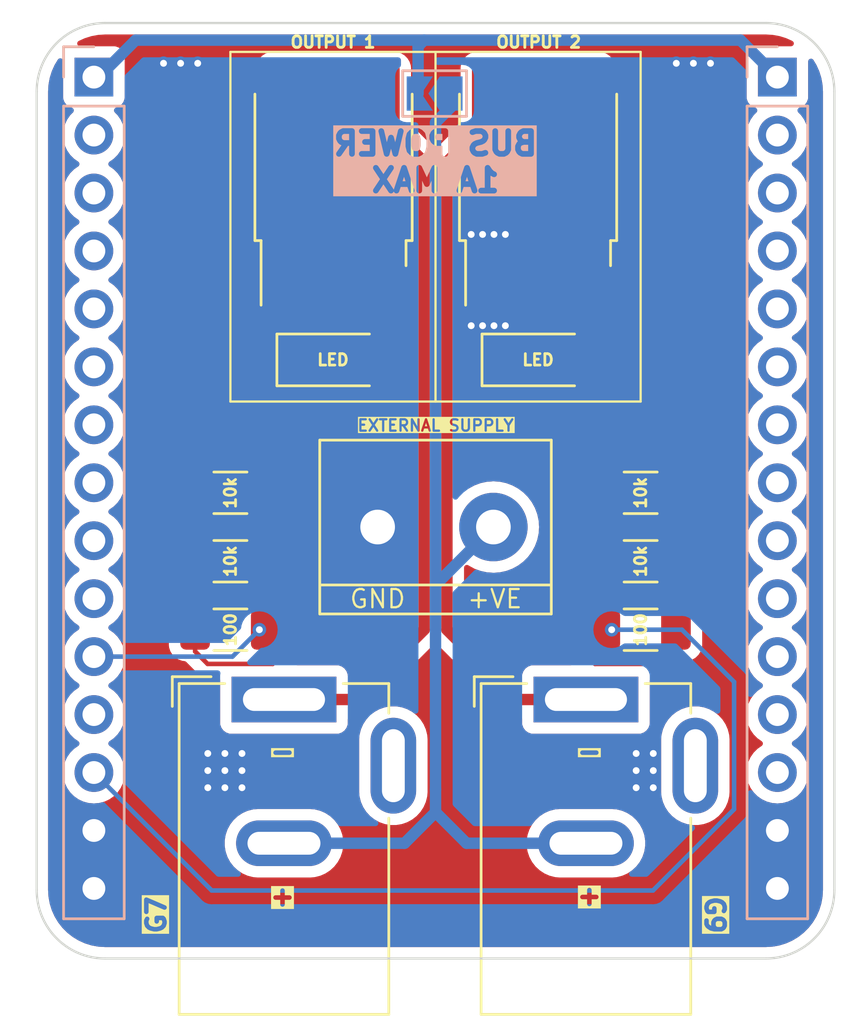
<source format=kicad_pcb>
(kicad_pcb (version 20221018) (generator pcbnew)
  (layers (0 "F.Cu" signal) (31 "B.Cu" signal) (34 "B.Paste" user) (35 "F.Paste" user) (36 "B.SilkS" user "B.Silkscreen") (37 "F.SilkS" user "F.Silkscreen") (38 "B.Mask" user) (39 "F.Mask" user) (44 "Edge.Cuts" user))
  (net 0 "")
  (net 1 "GND")
  (net 2 "+12V")
  (net 3 "+5V")
  (net 4 "+3V3")
  (net 5 "GPIO_0")
  (net 6 "GPIO_1")
  (net 7 "GPIO_2")
  (net 8 "GPIO_3")
  (net 9 "GPIO_4")
  (net 10 "GPIO_5")
  (net 11 "GPIO_6")
  (net 12 "GPIO_8")
  (net 13 "GPIO_10")
  (net 14 "GPIO_11")
  (net 15 "GPIO_12")
  (net 16 "GPIO_13")
  (net 17 "GPIO_14")
  (net 18 "GPIO_15")
  (net 19 "GPIO_16")
  (net 20 "GPIO_17")
  (net 21 "GPIO_18")
  (net 22 "GPIO_19")
  (net 23 "FET_1_Trigger")
  (net 24 "FET_2_Trigger")
  (net 25 "Net-(D1-A)")
  (net 26 "Net-(D2-A)")
  (net 27 "+24V")
  (net 28 "OUTPUT_1")
  (net 29 "Net-(Q1-G)")
  (net 30 "Net-(Q2-G)")
  (net 31 "OUTPUT_2")
  (footprint "Resistor_SMD:R_1206_3216Metric_Pad1.30x1.75mm_HandSolder" (layer "F.Cu") (at 160.85 70.5)
    (fp_text reference "R5" hide)
    (fp_text value "10k" hide)
    (fp_text user "10k" (at 0 0 90) (layer "F.SilkS") (effects (font (size 0.5 0.5) (thickness 0.12))))
    (fp_line (start -0.727064 -0.91) (end 0.727064 -0.91) (stroke (width 0.12)) (layer "F.SilkS"))
    (fp_line (start -0.727064 0.91) (end 0.727064 0.91) (stroke (width 0.12)) (layer "F.SilkS"))
    (pad "1" smd roundrect (at -1.55 0) (size 1.3 1.75) (layers "F.Cu" "F.Paste" "F.Mask") (roundrect_rratio 0.1923076923) (net 1 "GND"))
    (pad "2" smd roundrect (at 1.55 0) (size 1.3 1.75) (layers "F.Cu" "F.Paste" "F.Mask") (roundrect_rratio 0.1923076923) (net 30 "Net-(Q2-G)"))
  )
  (footprint "RaceTrackr:BarrelJack_GCT_DCJ200-10-A_Horizontal" (layer "F.Cu") (at 158.45 76.56)
    (fp_text reference "J7" hide)
    (fp_text value "OUTPUT 2" hide)
    (fp_line (start -4.9 -1) (end -4.9 0.3) (stroke (width 0.12)) (layer "F.SilkS"))
    (fp_line (start -4.6 -0.7) (end -2.6 -0.7) (stroke (width 0.12)) (layer "F.SilkS"))
    (fp_line (start -4.6 13.8) (end -4.6 -0.7) (stroke (width 0.12)) (layer "F.SilkS"))
    (fp_line (start -3.2 -1) (end -4.9 -1) (stroke (width 0.12)) (layer "F.SilkS"))
    (fp_line (start 2.6 -0.7) (end 4.6 -0.7) (stroke (width 0.12)) (layer "F.SilkS"))
    (fp_line (start 4.6 -0.7) (end 4.6 0.6) (stroke (width 0.12)) (layer "F.SilkS"))
    (fp_line (start 4.6 5.2) (end 4.6 13.8) (stroke (width 0.12)) (layer "F.SilkS"))
    (fp_line (start 4.6 13.8) (end -4.6 13.8) (stroke (width 0.12)) (layer "F.SilkS"))
    (pad "1" thru_hole rect (at 0 0) (size 4.6 2) (drill oval 3.6 1) (layers "*.Cu" "*.Mask") (net 31 "OUTPUT_2"))
    (pad "2" thru_hole oval (at 0 6.3) (size 4.2 2) (drill oval 3.2 1) (layers "*.Cu" "*.Mask") (net 27 "+24V"))
    (pad "3" thru_hole oval (at 4.8 2.9) (size 2 4.2) (drill oval 1 3.2) (layers "*.Cu" "*.Mask"))
  )
  (footprint "Resistor_SMD:R_1206_3216Metric_Pad1.30x1.75mm_HandSolder" (layer "F.Cu") (at 160.85 73.5)
    (fp_text reference "R4" hide)
    (fp_text value "100" hide)
    (fp_text user "100" (at 0 0 90) (layer "F.SilkS") (effects (font (size 0.5 0.5) (thickness 0.12))))
    (fp_line (start -0.727064 -0.91) (end 0.727064 -0.91) (stroke (width 0.12)) (layer "F.SilkS"))
    (fp_line (start -0.727064 0.91) (end 0.727064 0.91) (stroke (width 0.12)) (layer "F.SilkS"))
    (pad "1" smd roundrect (at -1.55 0) (size 1.3 1.75) (layers "F.Cu" "F.Paste" "F.Mask") (roundrect_rratio 0.1923076923) (net 24 "FET_2_Trigger"))
    (pad "2" smd roundrect (at 1.55 0) (size 1.3 1.75) (layers "F.Cu" "F.Paste" "F.Mask") (roundrect_rratio 0.1923076923) (net 30 "Net-(Q2-G)"))
  )
  (footprint "Resistor_SMD:R_1206_3216Metric_Pad1.30x1.75mm_HandSolder" (layer "F.Cu") (at 160.85 67.5)
    (fp_text reference "R6" hide)
    (fp_text value "10k" hide)
    (fp_text user "10k" (at 0 0 -90) (layer "F.SilkS") (effects (font (size 0.5 0.5) (thickness 0.12))))
    (fp_line (start -0.727064 -0.91) (end 0.727064 -0.91) (stroke (width 0.12)) (layer "F.SilkS"))
    (fp_line (start -0.727064 0.91) (end 0.727064 0.91) (stroke (width 0.12)) (layer "F.SilkS"))
    (pad "1" smd roundrect (at -1.55 0) (size 1.3 1.75) (layers "F.Cu" "F.Paste" "F.Mask") (roundrect_rratio 0.1923076923) (net 26 "Net-(D2-A)"))
    (pad "2" smd roundrect (at 1.55 0) (size 1.3 1.75) (layers "F.Cu" "F.Paste" "F.Mask") (roundrect_rratio 0.1923076923) (net 30 "Net-(Q2-G)"))
  )
  (footprint "LED_SMD:LED_1206_3216Metric_Pad1.42x1.75mm_HandSolder" (layer "F.Cu") (at 156.35 61.675)
    (fp_text reference "D2" hide)
    (fp_text value "LED" hide)
    (fp_text user "LED" (at 0 0) (layer "F.SilkS") (effects (font (size 0.5 0.5) (thickness 0.12))))
    (fp_line (start -2.46 -1.135) (end -2.46 1.135) (stroke (width 0.12)) (layer "F.SilkS"))
    (fp_line (start -2.46 1.135) (end 1.6 1.135) (stroke (width 0.12)) (layer "F.SilkS"))
    (fp_line (start 1.6 -1.135) (end -2.46 -1.135) (stroke (width 0.12)) (layer "F.SilkS"))
    (pad "1" smd roundrect (at -1.4875 0) (size 1.425 1.75) (layers "F.Cu" "F.Paste" "F.Mask") (roundrect_rratio 0.1754392982) (net 1 "GND"))
    (pad "2" smd roundrect (at 1.4875 0) (size 1.425 1.75) (layers "F.Cu" "F.Paste" "F.Mask") (roundrect_rratio 0.1754392982) (net 26 "Net-(D2-A)"))
  )
  (footprint "Package_TO_SOT_SMD:TO-252-2" (layer "F.Cu") (at 156.35 53.135 90)
    (fp_text reference "OUTPUT 2" (at 5.385 0.025 180) (layer "F.SilkS" knockout) (effects (font (size 0.5 0.5) (thickness 0.125))))
    (fp_text value "IRF540N" hide)
    (fp_line (start -3.31 -3.45) (end -3.31 -3.18) (stroke (width 0.12)) (layer "F.SilkS"))
    (fp_line (start -3.31 -3.18) (end -6.14 -3.18) (stroke (width 0.12)) (layer "F.SilkS"))
    (fp_line (start -3.31 3.18) (end -4.41 3.18) (stroke (width 0.12)) (layer "F.SilkS"))
    (fp_line (start -3.31 3.45) (end -3.31 3.18) (stroke (width 0.12)) (layer "F.SilkS"))
    (fp_line (start 3.11 -3.45) (end -3.31 -3.45) (stroke (width 0.12)) (layer "F.SilkS"))
    (fp_line (start 3.11 3.45) (end -3.31 3.45) (stroke (width 0.12)) (layer "F.SilkS"))
    (pad "1" smd roundrect (at -5.04 -2.28 90) (size 2.2 1.2) (layers "F.Cu" "F.Paste" "F.Mask") (roundrect_rratio 0.2083333333) (net 30 "Net-(Q2-G)"))
    (pad "2" smd roundrect (at -0.415 -1.525 90) (size 3.05 2.75) (layers "F.Cu" "F.Paste") (roundrect_rratio 0.09090909091) (net 31 "OUTPUT_2"))
    (pad "2" smd roundrect (at -0.415 1.525 90) (size 3.05 2.75) (layers "F.Cu" "F.Paste") (roundrect_rratio 0.09090909091) (net 31 "OUTPUT_2"))
    (pad "2" smd roundrect (at 1.26 0 90) (size 6.4 5.8) (layers "F.Cu" "F.Mask") (roundrect_rratio 0.04310293103) (net 31 "OUTPUT_2"))
    (pad "2" smd roundrect (at 2.935 -1.525 90) (size 3.05 2.75) (layers "F.Cu" "F.Paste") (roundrect_rratio 0.09090909091) (net 31 "OUTPUT_2"))
    (pad "2" smd roundrect (at 2.935 1.525 90) (size 3.05 2.75) (layers "F.Cu" "F.Paste") (roundrect_rratio 0.09090909091) (net 31 "OUTPUT_2"))
    (pad "3" smd roundrect (at -5.04 2.28 90) (size 2.2 1.2) (layers "F.Cu" "F.Paste" "F.Mask") (roundrect_rratio 0.2083333333) (net 1 "GND"))
  )
  (footprint "Resistor_SMD:R_1206_3216Metric_Pad1.30x1.75mm_HandSolder" (layer "F.Cu") (at 142.85 67.5 180)
    (fp_text reference "R3" hide)
    (fp_text value "10k" hide)
    (fp_text user "10k" (at 0 0 90) (layer "F.SilkS") (effects (font (size 0.5 0.5) (thickness 0.12))))
    (fp_line (start -0.727064 -0.91) (end 0.727064 -0.91) (stroke (width 0.12)) (layer "F.SilkS"))
    (fp_line (start -0.727064 0.91) (end 0.727064 0.91) (stroke (width 0.12)) (layer "F.SilkS"))
    (pad "1" smd roundrect (at -1.55 0 180) (size 1.3 1.75) (layers "F.Cu" "F.Paste" "F.Mask") (roundrect_rratio 0.1923076923) (net 25 "Net-(D1-A)"))
    (pad "2" smd roundrect (at 1.55 0 180) (size 1.3 1.75) (layers "F.Cu" "F.Paste" "F.Mask") (roundrect_rratio 0.1923076923) (net 29 "Net-(Q1-G)"))
  )
  (footprint "Package_TO_SOT_SMD:TO-252-2" (layer "F.Cu") (at 147.375 53.135 90)
    (fp_text reference "OUTPUT 1" (at 5.385 -0.025 180) (layer "F.SilkS" knockout) (effects (font (size 0.5 0.5) (thickness 0.125))))
    (fp_text value "IRF540N" hide)
    (fp_line (start -3.31 -3.45) (end -3.31 -3.18) (stroke (width 0.12)) (layer "F.SilkS"))
    (fp_line (start -3.31 -3.18) (end -6.14 -3.18) (stroke (width 0.12)) (layer "F.SilkS"))
    (fp_line (start -3.31 3.18) (end -4.41 3.18) (stroke (width 0.12)) (layer "F.SilkS"))
    (fp_line (start -3.31 3.45) (end -3.31 3.18) (stroke (width 0.12)) (layer "F.SilkS"))
    (fp_line (start 3.11 -3.45) (end -3.31 -3.45) (stroke (width 0.12)) (layer "F.SilkS"))
    (fp_line (start 3.11 3.45) (end -3.31 3.45) (stroke (width 0.12)) (layer "F.SilkS"))
    (pad "1" smd roundrect (at -5.04 -2.28 90) (size 2.2 1.2) (layers "F.Cu" "F.Paste" "F.Mask") (roundrect_rratio 0.2083333333) (net 29 "Net-(Q1-G)"))
    (pad "2" smd roundrect (at -0.415 -1.525 90) (size 3.05 2.75) (layers "F.Cu" "F.Paste") (roundrect_rratio 0.09090909091) (net 28 "OUTPUT_1"))
    (pad "2" smd roundrect (at -0.415 1.525 90) (size 3.05 2.75) (layers "F.Cu" "F.Paste") (roundrect_rratio 0.09090909091) (net 28 "OUTPUT_1"))
    (pad "2" smd roundrect (at 1.26 0 90) (size 6.4 5.8) (layers "F.Cu" "F.Mask") (roundrect_rratio 0.04310293103) (net 28 "OUTPUT_1"))
    (pad "2" smd roundrect (at 2.935 -1.525 90) (size 3.05 2.75) (layers "F.Cu" "F.Paste") (roundrect_rratio 0.09090909091) (net 28 "OUTPUT_1"))
    (pad "2" smd roundrect (at 2.935 1.525 90) (size 3.05 2.75) (layers "F.Cu" "F.Paste") (roundrect_rratio 0.09090909091) (net 28 "OUTPUT_1"))
    (pad "3" smd roundrect (at -5.04 2.28 90) (size 2.2 1.2) (layers "F.Cu" "F.Paste" "F.Mask") (roundrect_rratio 0.2083333333) (net 1 "GND"))
  )
  (footprint "Resistor_SMD:R_1206_3216Metric_Pad1.30x1.75mm_HandSolder" (layer "F.Cu") (at 142.85 70.5 180)
    (fp_text reference "R2" hide)
    (fp_text value "10k" hide)
    (fp_text user "10k" (at 0 0 90) (layer "F.SilkS") (effects (font (size 0.5 0.5) (thickness 0.12))))
    (fp_line (start -0.727064 -0.91) (end 0.727064 -0.91) (stroke (width 0.12)) (layer "F.SilkS"))
    (fp_line (start -0.727064 0.91) (end 0.727064 0.91) (stroke (width 0.12)) (layer "F.SilkS"))
    (pad "1" smd roundrect (at -1.55 0 180) (size 1.3 1.75) (layers "F.Cu" "F.Paste" "F.Mask") (roundrect_rratio 0.1923076923) (net 1 "GND"))
    (pad "2" smd roundrect (at 1.55 0 180) (size 1.3 1.75) (layers "F.Cu" "F.Paste" "F.Mask") (roundrect_rratio 0.1923076923) (net 29 "Net-(Q1-G)"))
  )
  (footprint "TerminalBlock:TerminalBlock_bornier-2_P5.08mm" (layer "F.Cu") (at 149.31 69)
    (fp_text reference "J3" hide)
    (fp_text value "DC IN" hide)
    (fp_line (start -2.54 -3.81) (end -2.54 3.81) (stroke (width 0.12)) (layer "F.SilkS"))
    (fp_line (start -2.54 3.81) (end 7.62 3.81) (stroke (width 0.12)) (layer "F.SilkS"))
    (fp_line (start 7.62 -3.81) (end -2.54 -3.81) (stroke (width 0.12)) (layer "F.SilkS"))
    (fp_line (start 7.62 2.54) (end -2.54 2.54) (stroke (width 0.12)) (layer "F.SilkS"))
    (fp_line (start 7.62 3.81) (end 7.62 -3.81) (stroke (width 0.12)) (layer "F.SilkS"))
    (pad "1" thru_hole rect (at 0 0) (size 3 3) (drill 1.52) (layers "*.Cu" "*.Mask") (net 1 "GND"))
    (pad "2" thru_hole circle (at 5.08 0) (size 3 3) (drill 1.52) (layers "*.Cu" "*.Mask") (net 27 "+24V"))
  )
  (footprint "RaceTrackr:BarrelJack_GCT_DCJ200-10-A_Horizontal" (layer "F.Cu") (at 145.2 76.56)
    (fp_text reference "J6" hide)
    (fp_text value "OUTPUT 1" hide)
    (fp_line (start -4.9 -1) (end -4.9 0.3) (stroke (width 0.12)) (layer "F.SilkS"))
    (fp_line (start -4.6 -0.7) (end -2.6 -0.7) (stroke (width 0.12)) (layer "F.SilkS"))
    (fp_line (start -4.6 13.8) (end -4.6 -0.7) (stroke (width 0.12)) (layer "F.SilkS"))
    (fp_line (start -3.2 -1) (end -4.9 -1) (stroke (width 0.12)) (layer "F.SilkS"))
    (fp_line (start 2.6 -0.7) (end 4.6 -0.7) (stroke (width 0.12)) (layer "F.SilkS"))
    (fp_line (start 4.6 -0.7) (end 4.6 0.6) (stroke (width 0.12)) (layer "F.SilkS"))
    (fp_line (start 4.6 5.2) (end 4.6 13.8) (stroke (width 0.12)) (layer "F.SilkS"))
    (fp_line (start 4.6 13.8) (end -4.6 13.8) (stroke (width 0.12)) (layer "F.SilkS"))
    (pad "1" thru_hole rect (at 0 0) (size 4.6 2) (drill oval 3.6 1) (layers "*.Cu" "*.Mask") (net 28 "OUTPUT_1"))
    (pad "2" thru_hole oval (at 0 6.3) (size 4.2 2) (drill oval 3.2 1) (layers "*.Cu" "*.Mask") (net 27 "+24V"))
    (pad "3" thru_hole oval (at 4.8 2.9) (size 2 4.2) (drill oval 1 3.2) (layers "*.Cu" "*.Mask"))
  )
  (footprint "LED_SMD:LED_1206_3216Metric_Pad1.42x1.75mm_HandSolder" (layer "F.Cu") (at 147.35 61.675)
    (fp_text reference "D1" hide)
    (fp_text value "LED" hide)
    (fp_text user "LED" (at 0 0) (layer "F.SilkS") (effects (font (size 0.5 0.5) (thickness 0.12))))
    (fp_line (start -2.46 -1.135) (end -2.46 1.135) (stroke (width 0.12)) (layer "F.SilkS"))
    (fp_line (start -2.46 1.135) (end 1.6 1.135) (stroke (width 0.12)) (layer "F.SilkS"))
    (fp_line (start 1.6 -1.135) (end -2.46 -1.135) (stroke (width 0.12)) (layer "F.SilkS"))
    (pad "1" smd roundrect (at -1.4875 0) (size 1.425 1.75) (layers "F.Cu" "F.Paste" "F.Mask") (roundrect_rratio 0.1754392982) (net 1 "GND"))
    (pad "2" smd roundrect (at 1.4875 0) (size 1.425 1.75) (layers "F.Cu" "F.Paste" "F.Mask") (roundrect_rratio 0.1754392982) (net 25 "Net-(D1-A)"))
  )
  (footprint "Resistor_SMD:R_1206_3216Metric_Pad1.30x1.75mm_HandSolder" (layer "F.Cu") (at 142.85 73.5 180)
    (fp_text reference "R1" hide)
    (fp_text value "100" hide)
    (fp_text user "100" (at 0 0 90) (layer "F.SilkS") (effects (font (size 0.5 0.5) (thickness 0.12))))
    (fp_line (start -0.727064 -0.91) (end 0.727064 -0.91) (stroke (width 0.12)) (layer "F.SilkS"))
    (fp_line (start -0.727064 0.91) (end 0.727064 0.91) (stroke (width 0.12)) (layer "F.SilkS"))
    (pad "1" smd roundrect (at -1.55 0 180) (size 1.3 1.75) (layers "F.Cu" "F.Paste" "F.Mask") (roundrect_rratio 0.1923076923) (net 23 "FET_1_Trigger"))
    (pad "2" smd roundrect (at 1.55 0 180) (size 1.3 1.75) (layers "F.Cu" "F.Paste" "F.Mask") (roundrect_rratio 0.1923076923) (net 29 "Net-(Q1-G)"))
  )
  (footprint "Jumper:SolderJumper-2_P1.3mm_Open_TrianglePad1.0x1.5mm" (layer "B.Cu") (at 151.81 50 180)
    (fp_text reference "BUS POWER" hide)
    (fp_text value "BUS POWER" hide)
    (fp_line (start -1.4 -1) (end -1.4 1) (stroke (width 0.12)) (layer "B.SilkS"))
    (fp_line (start -1.4 1) (end 1.4 1) (stroke (width 0.12)) (layer "B.SilkS"))
    (fp_line (start 1.4 -1) (end -1.4 -1) (stroke (width 0.12)) (layer "B.SilkS"))
    (fp_line (start 1.4 1) (end 1.4 -1) (stroke (width 0.12)) (layer "B.SilkS"))
    (pad "1" smd custom (at -0.725 0 180) (size 0.3 0.3) (layers "B.Cu" "B.Mask") (net 27 "+24V") (options (clearance outline) (anchor rect)) (primitives (gr_poly (pts (xy 1 0) (xy 0.5 -0.75) (xy -0.5 -0.75) (xy -0.5 0.75) (xy 0.5 0.75)) (width 0) (fill yes))))
    (pad "2" smd custom (at 0.725 0 180) (size 0.3 0.3) (layers "B.Cu" "B.Mask") (net 2 "+12V") (options (clearance outline) (anchor rect)) (primitives (gr_poly (pts (xy 0.5 -0.75) (xy -0.65 -0.75) (xy -0.15 0) (xy -0.65 0.75) (xy 0.5 0.75)) (width 0) (fill yes))))
  )
  (footprint "Connector_PinSocket_2.54mm:PinSocket_1x15_P2.54mm_Vertical" (layer "B.Cu") (at 166.85 49.28 180)
    (fp_text reference "J2" hide)
    (fp_text value "CON_R" hide)
    (fp_line (start -1.33 -36.89) (end 1.33 -36.89) (stroke (width 0.12)) (layer "B.SilkS"))
    (fp_line (start -1.33 -1.27) (end -1.33 -36.89) (stroke (width 0.12)) (layer "B.SilkS"))
    (fp_line (start -1.33 -1.27) (end 1.33 -1.27) (stroke (width 0.12)) (layer "B.SilkS"))
    (fp_line (start 0 1.33) (end 1.33 1.33) (stroke (width 0.12)) (layer "B.SilkS"))
    (fp_line (start 1.33 -1.27) (end 1.33 -36.89) (stroke (width 0.12)) (layer "B.SilkS"))
    (fp_line (start 1.33 1.33) (end 1.33 0) (stroke (width 0.12)) (layer "B.SilkS"))
    (pad "1" thru_hole rect (at 0 0 180) (size 1.7 1.7) (drill 1) (layers "*.Cu" "*.Mask") (net 2 "+12V"))
    (pad "2" thru_hole oval (at 0 -2.54 180) (size 1.7 1.7) (drill 1) (layers "*.Cu" "*.Mask") (net 3 "+5V"))
    (pad "3" thru_hole oval (at 0 -5.08 180) (size 1.7 1.7) (drill 1) (layers "*.Cu" "*.Mask") (net 4 "+3V3"))
    (pad "4" thru_hole oval (at 0 -7.62 180) (size 1.7 1.7) (drill 1) (layers "*.Cu" "*.Mask") (net 13 "GPIO_10"))
    (pad "5" thru_hole oval (at 0 -10.16 180) (size 1.7 1.7) (drill 1) (layers "*.Cu" "*.Mask") (net 14 "GPIO_11"))
    (pad "6" thru_hole oval (at 0 -12.7 180) (size 1.7 1.7) (drill 1) (layers "*.Cu" "*.Mask") (net 15 "GPIO_12"))
    (pad "7" thru_hole oval (at 0 -15.24 180) (size 1.7 1.7) (drill 1) (layers "*.Cu" "*.Mask") (net 16 "GPIO_13"))
    (pad "8" thru_hole oval (at 0 -17.78 180) (size 1.7 1.7) (drill 1) (layers "*.Cu" "*.Mask") (net 17 "GPIO_14"))
    (pad "9" thru_hole oval (at 0 -20.32 180) (size 1.7 1.7) (drill 1) (layers "*.Cu" "*.Mask") (net 18 "GPIO_15"))
    (pad "10" thru_hole oval (at 0 -22.86 180) (size 1.7 1.7) (drill 1) (layers "*.Cu" "*.Mask") (net 19 "GPIO_16"))
    (pad "11" thru_hole oval (at 0 -25.4 180) (size 1.7 1.7) (drill 1) (layers "*.Cu" "*.Mask") (net 20 "GPIO_17"))
    (pad "12" thru_hole oval (at 0 -27.94 180) (size 1.7 1.7) (drill 1) (layers "*.Cu" "*.Mask") (net 21 "GPIO_18"))
    (pad "13" thru_hole oval (at 0 -30.48 180) (size 1.7 1.7) (drill 1) (layers "*.Cu" "*.Mask") (net 22 "GPIO_19"))
    (pad "14" thru_hole oval (at 0 -33.02 180) (size 1.7 1.7) (drill 1) (layers "*.Cu" "*.Mask") (net 1 "GND"))
    (pad "15" thru_hole oval (at 0 -35.56 180) (size 1.7 1.7) (drill 1) (layers "*.Cu" "*.Mask") (net 1 "GND"))
  )
  (footprint "Connector_PinSocket_2.54mm:PinSocket_1x15_P2.54mm_Vertical" (layer "B.Cu") (at 136.86 49.28 180)
    (fp_text reference "J1" hide)
    (fp_text value "CON_L" hide)
    (fp_line (start -1.33 -36.89) (end 1.33 -36.89) (stroke (width 0.12)) (layer "B.SilkS"))
    (fp_line (start -1.33 -1.27) (end -1.33 -36.89) (stroke (width 0.12)) (layer "B.SilkS"))
    (fp_line (start -1.33 -1.27) (end 1.33 -1.27) (stroke (width 0.12)) (layer "B.SilkS"))
    (fp_line (start 0 1.33) (end 1.33 1.33) (stroke (width 0.12)) (layer "B.SilkS"))
    (fp_line (start 1.33 -1.27) (end 1.33 -36.89) (stroke (width 0.12)) (layer "B.SilkS"))
    (fp_line (start 1.33 1.33) (end 1.33 0) (stroke (width 0.12)) (layer "B.SilkS"))
    (pad "1" thru_hole rect (at 0 0 180) (size 1.7 1.7) (drill 1) (layers "*.Cu" "*.Mask") (net 2 "+12V"))
    (pad "2" thru_hole oval (at 0 -2.54 180) (size 1.7 1.7) (drill 1) (layers "*.Cu" "*.Mask") (net 3 "+5V"))
    (pad "3" thru_hole oval (at 0 -5.08 180) (size 1.7 1.7) (drill 1) (layers "*.Cu" "*.Mask") (net 4 "+3V3"))
    (pad "4" thru_hole oval (at 0 -7.62 180) (size 1.7 1.7) (drill 1) (layers "*.Cu" "*.Mask") (net 5 "GPIO_0"))
    (pad "5" thru_hole oval (at 0 -10.16 180) (size 1.7 1.7) (drill 1) (layers "*.Cu" "*.Mask") (net 6 "GPIO_1"))
    (pad "6" thru_hole oval (at 0 -12.7 180) (size 1.7 1.7) (drill 1) (layers "*.Cu" "*.Mask") (net 7 "GPIO_2"))
    (pad "7" thru_hole oval (at 0 -15.24 180) (size 1.7 1.7) (drill 1) (layers "*.Cu" "*.Mask") (net 8 "GPIO_3"))
    (pad "8" thru_hole oval (at 0 -17.78 180) (size 1.7 1.7) (drill 1) (layers "*.Cu" "*.Mask") (net 9 "GPIO_4"))
    (pad "9" thru_hole oval (at 0 -20.32 180) (size 1.7 1.7) (drill 1) (layers "*.Cu" "*.Mask") (net 10 "GPIO_5"))
    (pad "10" thru_hole oval (at 0 -22.86 180) (size 1.7 1.7) (drill 1) (layers "*.Cu" "*.Mask") (net 11 "GPIO_6"))
    (pad "11" thru_hole oval (at 0 -25.4 180) (size 1.7 1.7) (drill 1) (layers "*.Cu" "*.Mask") (net 23 "FET_1_Trigger"))
    (pad "12" thru_hole oval (at 0 -27.94 180) (size 1.7 1.7) (drill 1) (layers "*.Cu" "*.Mask") (net 12 "GPIO_8"))
    (pad "13" thru_hole oval (at 0 -30.48 180) (size 1.7 1.7) (drill 1) (layers "*.Cu" "*.Mask") (net 24 "FET_2_Trigger"))
    (pad "14" thru_hole oval (at 0 -33.02 180) (size 1.7 1.7) (drill 1) (layers "*.Cu" "*.Mask") (net 1 "GND"))
    (pad "15" thru_hole oval (at 0 -35.56 180) (size 1.7 1.7) (drill 1) (layers "*.Cu" "*.Mask") (net 1 "GND"))
  )
  (gr_line (start 142.85 48.175) (end 160.85 48.175) (stroke (width 0.1)) (layer "F.SilkS"))
  (gr_line (start 142.85 63.5) (end 142.85 48.175) (stroke (width 0.1)) (layer "F.SilkS"))
  (gr_line (start 160.85 48.175) (end 160.85 63.5) (stroke (width 0.1)) (layer "F.SilkS"))
  (gr_line (start 160.85 63.5) (end 142.85 63.5) (stroke (width 0.1)) (layer "F.SilkS"))
  (gr_line (start 151.85 48.175) (end 151.85 63.5) (stroke (width 0.1)) (layer "F.SilkS"))
  (gr_arc (start 134.35 49.91) (mid 135.22868 47.78868) (end 137.35 46.91) (stroke (width 0.1)) (layer "Edge.Cuts"))
  (gr_line (start 169.35 84.91) (end 169.35 49.91) (stroke (width 0.1)) (layer "Edge.Cuts"))
  (gr_line locked (start 166.35 46.91) (end 137.35 46.91) (stroke (width 0.1)) (layer "Edge.Cuts"))
  (gr_arc (start 137.35 87.91) (mid 135.22868 87.03132) (end 134.35 84.91) (stroke (width 0.1)) (layer "Edge.Cuts"))
  (gr_line (start 137.35 87.91) (end 166.35 87.91) (stroke (width 0.1)) (layer "Edge.Cuts"))
  (gr_line (start 134.35 49.91) (end 134.35 84.91) (stroke (width 0.1)) (layer "Edge.Cuts"))
  (gr_arc (start 169.35 84.91) (mid 168.47132 87.03132) (end 166.35 87.91) (stroke (width 0.1)) (layer "Edge.Cuts"))
  (gr_arc (start 166.35 46.91) (mid 168.47132 47.78868) (end 169.35 49.91) (stroke (width 0.1)) (layer "Edge.Cuts"))
  (gr_text "BUS POWER\n1A MAX" (at 151.85 53) (layer "B.SilkS" knockout) (effects (font (size 1 1) (thickness 0.25) bold) (justify mirror)))
  (gr_text "G9" (at 164.1 86 -90) (layer "F.SilkS" knockout) (effects (font (size 0.8 0.8) (thickness 0.2) bold)))
  (gr_text "+VE" (at 154.45 72.15) (layer "F.SilkS") (effects (font (size 0.8 0.8) (thickness 0.1))))
  (gr_text "G7" (at 139.6 86 90) (layer "F.SilkS" knockout) (effects (font (size 0.8 0.8) (thickness 0.2) bold)))
  (gr_text "EXTERNAL SUPPLY" (at 151.85 64.55) (layer "F.SilkS" knockout) (effects (font (size 0.5 0.5) (thickness 0.1))))
  (gr_text "GND" (at 149.31 72.15) (layer "F.SilkS") (effects (font (size 0.8 0.8) (thickness 0.1))))
  (gr_text "-" (at 158.6 78.834) (layer "F.SilkS" knockout) (effects (font (size 0.8 0.8) (thickness 0.2) bold) (justify mirror)))
  (gr_text "+" (at 145.136 85.184) (layer "F.SilkS" knockout) (effects (font (size 0.8 0.8) (thickness 0.2) bold) (justify mirror)))
  (gr_text "+" (at 158.6 85.16) (layer "F.SilkS" knockout) (effects (font (size 0.8 0.8) (thickness 0.2) bold) (justify mirror)))
  (gr_text "-" (at 145.136 78.834) (layer "F.SilkS" knockout) (effects (font (size 0.8 0.8) (thickness 0.2) bold) (justify mirror)))
  (via (at 153.415 60.175) (size 0.6) (drill 0.3) (layers "F.Cu" "B.Cu") (net 1))
  (via (at 160.654 78.925) (size 0.6) (drill 0.3) (layers "F.Cu" "B.Cu") (net 1))
  (via (at 140.665 48.675) (size 0.6) (drill 0.3) (layers "F.Cu" "B.Cu") (net 1))
  (via (at 141.858 78.925) (size 0.6) (drill 0.3) (layers "F.Cu" "B.Cu") (net 1))
  (via (at 161.404 80.425) (size 0.6) (drill 0.3) (layers "F.Cu" "B.Cu") (net 1))
  (via (at 143.358 78.925) (size 0.6) (drill 0.3) (layers "F.Cu" "B.Cu") (net 1))
  (via (at 153.415 56.175) (size 0.6) (drill 0.3) (layers "F.Cu" "B.Cu") (net 1))
  (via (at 162.415 48.675) (size 0.6) (drill 0.3) (layers "F.Cu" "B.Cu") (net 1))
  (via (at 160.654 79.675) (size 0.6) (drill 0.3) (layers "F.Cu" "B.Cu") (net 1))
  (via (at 154.915 56.175) (size 0.6) (drill 0.3) (layers "F.Cu" "B.Cu") (net 1))
  (via (at 163.915 48.675) (size 0.6) (drill 0.3) (layers "F.Cu" "B.Cu") (net 1))
  (via (at 139.915 48.675) (size 0.6) (drill 0.3) (layers "F.Cu" "B.Cu") (net 1))
  (via (at 153.915 60.175) (size 0.6) (drill 0.3) (layers "F.Cu" "B.Cu") (net 1))
  (via (at 153.915 56.175) (size 0.6) (drill 0.3) (layers "F.Cu" "B.Cu") (net 1))
  (via (at 163.165 48.675) (size 0.6) (drill 0.3) (layers "F.Cu" "B.Cu") (net 1))
  (via (at 141.415 48.675) (size 0.6) (drill 0.3) (layers "F.Cu" "B.Cu") (net 1))
  (via (at 142.608 78.925) (size 0.6) (drill 0.3) (layers "F.Cu" "B.Cu") (net 1))
  (via (at 141.858 79.675) (size 0.6) (drill 0.3) (layers "F.Cu" "B.Cu") (net 1))
  (via (at 161.404 78.925) (size 0.6) (drill 0.3) (layers "F.Cu" "B.Cu") (net 1))
  (via (at 154.415 60.175) (size 0.6) (drill 0.3) (layers "F.Cu" "B.Cu") (net 1))
  (via (at 154.915 60.175) (size 0.6) (drill 0.3) (layers "F.Cu" "B.Cu") (net 1))
  (via (at 142.608 79.675) (size 0.6) (drill 0.3) (layers "F.Cu" "B.Cu") (net 1))
  (via (at 154.415 56.175) (size 0.6) (drill 0.3) (layers "F.Cu" "B.Cu") (net 1))
  (via (at 160.654 80.425) (size 0.6) (drill 0.3) (layers "F.Cu" "B.Cu") (net 1))
  (via (at 143.358 79.675) (size 0.6) (drill 0.3) (layers "F.Cu" "B.Cu") (net 1))
  (via (at 161.404 79.675) (size 0.6) (drill 0.3) (layers "F.Cu" "B.Cu") (net 1))
  (via (at 142.608 80.425) (size 0.6) (drill 0.3) (layers "F.Cu" "B.Cu") (net 1))
  (via (at 143.358 80.425) (size 0.6) (drill 0.3) (layers "F.Cu" "B.Cu") (net 1))
  (via (at 141.858 80.425) (size 0.6) (drill 0.3) (layers "F.Cu" "B.Cu") (net 1))
  (segment (start 153.415 56.175) (end 153.415 60.175) (width 0.5) (layer "B.Cu") (net 1))
  (segment (start 153.915 60.175) (end 153.915 56.175) (width 0.5) (layer "B.Cu") (net 1))
  (segment (start 154.915 60.175) (end 154.915 56.175) (width 0.5) (layer "B.Cu") (net 1))
  (segment (start 154.415 56.175) (end 154.415 60.175) (width 0.5) (layer "B.Cu") (net 1))
  (segment (start 137.07 49.28) (end 136.86 49.28) (width 0.5) (layer "B.Cu") (net 2))
  (segment (start 138.69 47.66) (end 137.07 49.28) (width 0.5) (layer "B.Cu") (net 2))
  (segment (start 151.085 50) (end 151.085 47.925) (width 0.5) (layer "B.Cu") (net 2))
  (segment (start 165.23 47.66) (end 151.35 47.66) (width 0.5) (layer "B.Cu") (net 2))
  (segment (start 166.85 49.28) (end 165.23 47.66) (width 0.5) (layer "B.Cu") (net 2))
  (segment (start 151.085 47.925) (end 151.35 47.66) (width 0.5) (layer "B.Cu") (net 2))
  (segment (start 151.35 47.66) (end 138.69 47.66) (width 0.5) (layer "B.Cu") (net 2))
  (via (at 144.12 73.5) (size 0.6) (drill 0.3) (layers "F.Cu" "B.Cu") (net 23))
  (segment (start 142.94 74.68) (end 136.86 74.68) (width 0.2) (layer "B.Cu") (net 23))
  (segment (start 144.12 73.5) (end 142.94 74.68) (width 0.2) (layer "B.Cu") (net 23))
  (via (at 159.58 73.5) (size 0.6) (drill 0.3) (layers "F.Cu" "B.Cu") (net 24))
  (segment (start 162.662 73.5) (end 159.868 73.5) (width 0.2) (layer "B.Cu") (net 24))
  (segment (start 142.03 84.93) (end 161.392 84.93) (width 0.2) (layer "B.Cu") (net 24))
  (segment (start 161.392 84.93) (end 164.95 81.372) (width 0.2) (layer "B.Cu") (net 24))
  (segment (start 164.95 75.788) (end 162.662 73.5) (width 0.2) (layer "B.Cu") (net 24))
  (segment (start 164.95 81.372) (end 164.95 75.788) (width 0.2) (layer "B.Cu") (net 24))
  (segment (start 136.86 79.76) (end 142.03 84.93) (width 0.2) (layer "B.Cu") (net 24))
  (segment (start 148.85 63.5) (end 148.85 61.6875) (width 0.2) (layer "F.Cu") (net 25))
  (segment (start 144.4 67.5) (end 144.85 67.5) (width 0.2) (layer "F.Cu") (net 25))
  (segment (start 148.85 61.6875) (end 148.8375 61.675) (width 0.2) (layer "F.Cu") (net 25))
  (segment (start 144.85 67.5) (end 148.85 63.5) (width 0.2) (layer "F.Cu") (net 25))
  (segment (start 159.3 67.5) (end 157.8375 66.0375) (width 0.2) (layer "F.Cu") (net 26))
  (segment (start 157.8375 66.0375) (end 157.8375 61.675) (width 0.2) (layer "F.Cu") (net 26))
  (segment (start 151.85 71.54) (end 154.39 69) (width 0.5) (layer "B.Cu") (net 27))
  (segment (start 158.85 82.86) (end 153.21 82.86) (width 0.5) (layer "B.Cu") (net 27))
  (segment (start 152.535 50.586396) (end 151.85 51.271396) (width 0.5) (layer "B.Cu") (net 27))
  (segment (start 151.85 81.5) (end 151.85 80.5) (width 0.5) (layer "B.Cu") (net 27))
  (segment (start 150.49 82.86) (end 151.85 81.5) (width 0.5) (layer "B.Cu") (net 27))
  (segment (start 145.2 82.86) (end 150.49 82.86) (width 0.5) (layer "B.Cu") (net 27))
  (segment (start 152.535 50) (end 152.535 50.586396) (width 0.5) (layer "B.Cu") (net 27))
  (segment (start 151.85 80.5) (end 151.85 71.54) (width 0.5) (layer "B.Cu") (net 27))
  (segment (start 151.85 51.271396) (end 151.85 71.54) (width 0.5) (layer "B.Cu") (net 27))
  (segment (start 153.21 82.86) (end 151.85 81.5) (width 0.5) (layer "B.Cu") (net 27))
  (segment (start 151.35 73.5) (end 148.29 76.56) (width 0.5) (layer "F.Cu") (net 28))
  (segment (start 147.375 51.875) (end 150.225 51.875) (width 0.5) (layer "F.Cu") (net 28))
  (segment (start 150.225 51.875) (end 151.35 53) (width 0.5) (layer "F.Cu") (net 28))
  (segment (start 151.35 53) (end 151.35 73.5) (width 0.5) (layer "F.Cu") (net 28))
  (segment (start 148.29 76.56) (end 145.2 76.56) (width 0.5) (layer "F.Cu") (net 28))
  (segment (start 145.095 58.175) (end 143.25 60.02) (width 0.2) (layer "F.Cu") (net 29))
  (segment (start 144.702817 72) (end 145.35 72.647183) (width 0.2) (layer "F.Cu") (net 29))
  (segment (start 141.35 67.765) (end 141.35 73.235) (width 0.2) (layer "F.Cu") (net 29))
  (segment (start 143.25 71.5) (end 143.75 72) (width 0.2) (layer "F.Cu") (net 29))
  (segment (start 144.702817 75) (end 141.85 75) (width 0.2) (layer "F.Cu") (net 29))
  (segment (start 141.85 75) (end 141.3 74.45) (width 0.2) (layer "F.Cu") (net 29))
  (segment (start 145.35 74.352817) (end 144.702817 75) (width 0.2) (layer "F.Cu") (net 29))
  (segment (start 141.3 74.45) (end 141.3 73.5) (width 0.2) (layer "F.Cu") (net 29))
  (segment (start 145.35 72.647183) (end 145.35 74.352817) (width 0.2) (layer "F.Cu") (net 29))
  (segment (start 143.25 60.02) (end 143.25 71.5) (width 0.2) (layer "F.Cu") (net 29))
  (segment (start 143.75 72) (end 144.702817 72) (width 0.2) (layer "F.Cu") (net 29))
  (segment (start 155.895 60) (end 158.027817 60) (width 0.2) (layer "F.Cu") (net 30))
  (segment (start 158.997183 72) (end 158.35 72.647183) (width 0.2) (layer "F.Cu") (net 30))
  (segment (start 160.45 71.5) (end 159.95 72) (width 0.2) (layer "F.Cu") (net 30))
  (segment (start 162.4 74.45) (end 162.4 73.5) (width 0.2) (layer "F.Cu") (net 30))
  (segment (start 162.35 67.865) (end 162.35 73.135) (width 0.2) (layer "F.Cu") (net 30))
  (segment (start 158.85 75) (end 161.85 75) (width 0.2) (layer "F.Cu") (net 30))
  (segment (start 154.07 58.175) (end 155.895 60) (width 0.2) (layer "F.Cu") (net 30))
  (segment (start 162.35 73.135) (end 162.715 73.5) (width 0.2) (layer "F.Cu") (net 30))
  (segment (start 160.45 62.422183) (end 160.45 71.5) (width 0.2) (layer "F.Cu") (net 30))
  (segment (start 158.027817 60) (end 160.45 62.422183) (width 0.2) (layer "F.Cu") (net 30))
  (segment (start 161.85 75) (end 162.4 74.45) (width 0.2) (layer "F.Cu") (net 30))
  (segment (start 158.35 72.647183) (end 158.35 74.5) (width 0.2) (layer "F.Cu") (net 30))
  (segment (start 159.95 72) (end 158.997183 72) (width 0.2) (layer "F.Cu") (net 30))
  (segment (start 162.715 67.5) (end 162.35 67.865) (width 0.2) (layer "F.Cu") (net 30))
  (segment (start 158.35 74.5) (end 158.85 75) (width 0.2) (layer "F.Cu") (net 30))
  (segment (start 155.41 76.56) (end 158.85 76.56) (width 0.5) (layer "F.Cu") (net 31))
  (segment (start 152.35 53) (end 152.35 73.5) (width 0.5) (layer "F.Cu") (net 31))
  (segment (start 152.35 73.5) (end 155.41 76.56) (width 0.5) (layer "F.Cu") (net 31))
  (segment (start 153.475 51.875) (end 152.35 53) (width 0.5) (layer "F.Cu") (net 31))
  (segment (start 156.35 51.875) (end 153.475 51.875) (width 0.5) (layer "F.Cu") (net 31))
  (zone (net 1) (net_name "GND") (layers "F&B.Cu") (connect_pads yes (clearance 0.5)) (min_thickness 0.25) (fill yes (thermal_gap 0.2) (thermal_bridge_width 2))
    (polygon (pts (xy 132.74 45.9) (xy 170.74 45.9) (xy 170.74 88.9) (xy 132.74 88.9)))
  )
)
</source>
